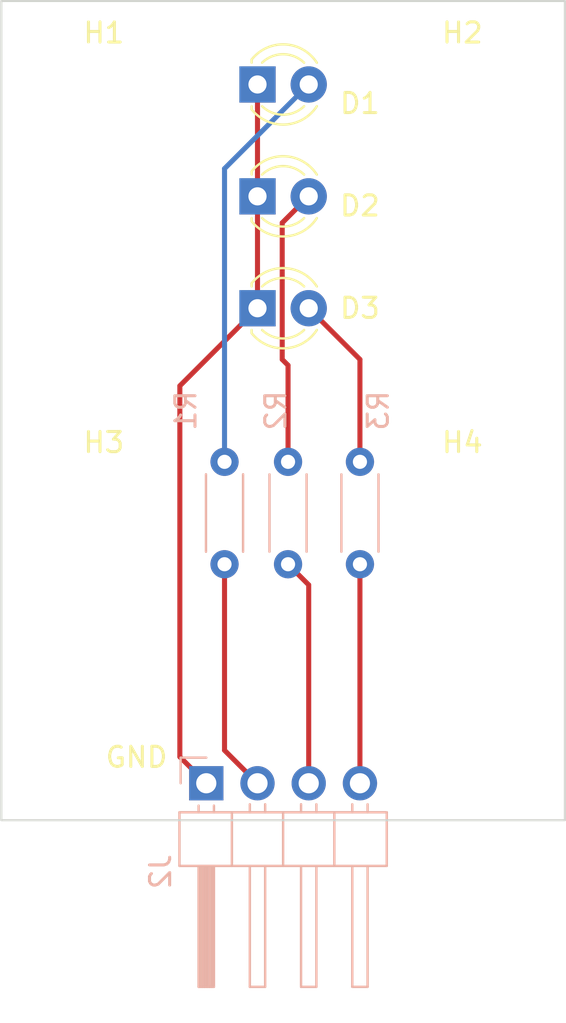
<source format=kicad_pcb>
(kicad_pcb (version 20221018) (generator pcbnew)
  (title_block (title "Arduino Traffic Light Controller") (date "2024-02-26") (rev "v01") (comment 1 "By Karthik Thejendra"))
  (layers (0 "F.Cu" signal) (31 "B.Cu" signal) (34 "B.Paste" user) (35 "F.Paste" user) (36 "B.SilkS" user "B.Silkscreen") (37 "F.SilkS" user "F.Silkscreen") (38 "B.Mask" user) (39 "F.Mask" user) (44 "Edge.Cuts" user))
  (net 0 "")
  (net 1 "Net-(D1-K)")
  (net 2 "Net-(D1-A)")
  (net 3 "Net-(D2-A)")
  (net 4 "Net-(D3-A)")
  (net 5 "Net-(J2-Pin_2)")
  (net 6 "Net-(J2-Pin_3)")
  (net 7 "Net-(J2-Pin_4)")
  (footprint "MountingHole:MountingHole_2.5mm" (layer "F.Cu") (at 162.56 73.66)
    (fp_text reference "H2" (at 0 -3.5) (layer "F.SilkS"))
    (fp_text value "MountingHole")
    (pad "" np_thru_hole circle (at 0 0) (size 2.5 2.5) (drill 2.5) (layers "*.Cu" "*.Mask"))
  )
  (footprint "MountingHole:MountingHole_2.5mm" (layer "F.Cu") (at 144.78 93.98)
    (fp_text reference "H3" (at 0 -3.5) (layer "F.SilkS"))
    (fp_text value "MountingHole")
    (pad "" np_thru_hole circle (at 0 0) (size 2.5 2.5) (drill 2.5) (layers "*.Cu" "*.Mask"))
  )
  (footprint "MountingHole:MountingHole_2.5mm" (layer "F.Cu") (at 162.56 93.98)
    (fp_text reference "H4" (at 0 -3.5) (layer "F.SilkS"))
    (fp_text value "MountingHole")
    (pad "" np_thru_hole circle (at 0 0) (size 2.5 2.5) (drill 2.5) (layers "*.Cu" "*.Mask"))
  )
  (footprint "LED_THT:LED_D3.0mm" (layer "F.Cu") (at 152.4 83.82)
    (fp_text reference "D3" (at 5.08 0) (layer "F.SilkS"))
    (fp_text value "LED")
    (fp_line (start -0.29 -1.236) (end -0.29 -1.08) (stroke (width 0.12)) (layer "F.SilkS"))
    (fp_line (start -0.29 1.08) (end -0.29 1.236) (stroke (width 0.12)) (layer "F.SilkS"))
    (fp_arc (start -0.29 -1.235516) (mid 1.366487 -1.987659) (end 2.942335 -1.078608) (stroke (width 0.12)) (layer "F.SilkS"))
    (fp_arc (start 0.229039 -1.08) (mid 1.270117 -1.5) (end 2.31113 -1.079837) (stroke (width 0.12)) (layer "F.SilkS"))
    (fp_arc (start 2.31113 1.079837) (mid 1.270117 1.5) (end 0.229039 1.08) (stroke (width 0.12)) (layer "F.SilkS"))
    (fp_arc (start 2.942335 1.078608) (mid 1.366487 1.987659) (end -0.29 1.235516) (stroke (width 0.12)) (layer "F.SilkS"))
    (pad "1" thru_hole rect (at 0 0) (size 1.8 1.8) (drill 0.9) (layers "*.Cu" "*.Mask") (net 1 "Net-(D1-K)"))
    (pad "2" thru_hole circle (at 2.54 0) (size 1.8 1.8) (drill 0.9) (layers "*.Cu" "*.Mask") (net 4 "Net-(D3-A)"))
  )
  (footprint "MountingHole:MountingHole_2.5mm" (layer "F.Cu") (at 144.78 73.66)
    (fp_text reference "H1" (at 0 -3.5) (layer "F.SilkS"))
    (fp_text value "MountingHole")
    (pad "" np_thru_hole circle (at 0 0) (size 2.5 2.5) (drill 2.5) (layers "*.Cu" "*.Mask"))
  )
  (footprint "LED_THT:LED_D3.0mm" (layer "F.Cu") (at 152.4 78.27)
    (fp_text reference "D2" (at 5.08 0.47) (layer "F.SilkS"))
    (fp_text value "LED")
    (fp_line (start -0.29 -1.236) (end -0.29 -1.08) (stroke (width 0.12)) (layer "F.SilkS"))
    (fp_line (start -0.29 1.08) (end -0.29 1.236) (stroke (width 0.12)) (layer "F.SilkS"))
    (fp_arc (start -0.29 -1.235516) (mid 1.366487 -1.987659) (end 2.942335 -1.078608) (stroke (width 0.12)) (layer "F.SilkS"))
    (fp_arc (start 0.229039 -1.08) (mid 1.270117 -1.5) (end 2.31113 -1.079837) (stroke (width 0.12)) (layer "F.SilkS"))
    (fp_arc (start 2.31113 1.079837) (mid 1.270117 1.5) (end 0.229039 1.08) (stroke (width 0.12)) (layer "F.SilkS"))
    (fp_arc (start 2.942335 1.078608) (mid 1.366487 1.987659) (end -0.29 1.235516) (stroke (width 0.12)) (layer "F.SilkS"))
    (pad "1" thru_hole rect (at 0 0) (size 1.8 1.8) (drill 0.9) (layers "*.Cu" "*.Mask") (net 1 "Net-(D1-K)"))
    (pad "2" thru_hole circle (at 2.54 0) (size 1.8 1.8) (drill 0.9) (layers "*.Cu" "*.Mask") (net 3 "Net-(D2-A)"))
  )
  (footprint "LED_THT:LED_D3.0mm" (layer "F.Cu") (at 152.4 72.72)
    (fp_text reference "D1" (at 5.08 0.94) (layer "F.SilkS"))
    (fp_text value "LED")
    (fp_line (start -0.29 -1.236) (end -0.29 -1.08) (stroke (width 0.12)) (layer "F.SilkS"))
    (fp_line (start -0.29 1.08) (end -0.29 1.236) (stroke (width 0.12)) (layer "F.SilkS"))
    (fp_arc (start -0.29 -1.235516) (mid 1.366487 -1.987659) (end 2.942335 -1.078608) (stroke (width 0.12)) (layer "F.SilkS"))
    (fp_arc (start 0.229039 -1.08) (mid 1.270117 -1.5) (end 2.31113 -1.079837) (stroke (width 0.12)) (layer "F.SilkS"))
    (fp_arc (start 2.31113 1.079837) (mid 1.270117 1.5) (end 0.229039 1.08) (stroke (width 0.12)) (layer "F.SilkS"))
    (fp_arc (start 2.942335 1.078608) (mid 1.366487 1.987659) (end -0.29 1.235516) (stroke (width 0.12)) (layer "F.SilkS"))
    (pad "1" thru_hole rect (at 0 0) (size 1.8 1.8) (drill 0.9) (layers "*.Cu" "*.Mask") (net 1 "Net-(D1-K)"))
    (pad "2" thru_hole circle (at 2.54 0) (size 1.8 1.8) (drill 0.9) (layers "*.Cu" "*.Mask") (net 2 "Net-(D1-A)"))
  )
  (footprint "Resistor_THT:R_Axial_DIN0204_L3.6mm_D1.6mm_P5.08mm_Horizontal" (layer "B.Cu") (at 157.48 91.44 -90)
    (fp_text reference "R3" (at -2.54 -0.905 -270) (layer "B.SilkS") (effects (justify mirror)))
    (fp_text value "R" hide)
    (fp_line (start 0.62 -0.92) (end 4.46 -0.92) (stroke (width 0.12)) (layer "B.SilkS"))
    (fp_line (start 0.62 0.92) (end 4.46 0.92) (stroke (width 0.12)) (layer "B.SilkS"))
    (pad "1" thru_hole circle (at 0 0 270) (size 1.4 1.4) (drill 0.7) (layers "*.Cu" "*.Mask") (net 4 "Net-(D3-A)"))
    (pad "2" thru_hole oval (at 5.08 0 270) (size 1.4 1.4) (drill 0.7) (layers "*.Cu" "*.Mask") (net 7 "Net-(J2-Pin_4)"))
  )
  (footprint "Resistor_THT:R_Axial_DIN0204_L3.6mm_D1.6mm_P5.08mm_Horizontal" (layer "B.Cu") (at 150.765 91.44 -90)
    (fp_text reference "R1" (at -2.54 1.92 90) (layer "B.SilkS") (effects (justify mirror)))
    (fp_text value "R" hide)
    (fp_line (start 0.62 -0.92) (end 4.46 -0.92) (stroke (width 0.12)) (layer "B.SilkS"))
    (fp_line (start 0.62 0.92) (end 4.46 0.92) (stroke (width 0.12)) (layer "B.SilkS"))
    (pad "1" thru_hole circle (at 0 0 270) (size 1.4 1.4) (drill 0.7) (layers "*.Cu" "*.Mask") (net 2 "Net-(D1-A)"))
    (pad "2" thru_hole oval (at 5.08 0 270) (size 1.4 1.4) (drill 0.7) (layers "*.Cu" "*.Mask") (net 5 "Net-(J2-Pin_2)"))
  )
  (footprint "Resistor_THT:R_Axial_DIN0204_L3.6mm_D1.6mm_P5.08mm_Horizontal" (layer "B.Cu") (at 153.915 91.44 -90)
    (fp_text reference "R2" (at -2.54 0.61 90) (layer "B.SilkS") (effects (justify mirror)))
    (fp_text value "R" hide)
    (fp_line (start 0.62 -0.92) (end 4.46 -0.92) (stroke (width 0.12)) (layer "B.SilkS"))
    (fp_line (start 0.62 0.92) (end 4.46 0.92) (stroke (width 0.12)) (layer "B.SilkS"))
    (pad "1" thru_hole circle (at 0 0 270) (size 1.4 1.4) (drill 0.7) (layers "*.Cu" "*.Mask") (net 3 "Net-(D2-A)"))
    (pad "2" thru_hole oval (at 5.08 0 270) (size 1.4 1.4) (drill 0.7) (layers "*.Cu" "*.Mask") (net 6 "Net-(J2-Pin_3)"))
  )
  (footprint "Connector_PinHeader_2.54mm:PinHeader_1x04_P2.54mm_Horizontal" (layer "B.Cu") (at 149.86 107.385 -90)
    (fp_text reference "J2" (at 4.385 2.27 90) (layer "B.SilkS") (effects (justify mirror)))
    (fp_text value "Conn_01x04_Socket")
    (fp_line (start -1.27 0) (end -1.27 1.27) (stroke (width 0.12)) (layer "B.SilkS"))
    (fp_line (start -1.27 1.27) (end 0 1.27) (stroke (width 0.12)) (layer "B.SilkS"))
    (fp_line (start 1.042929 -8) (end 1.44 -8) (stroke (width 0.12)) (layer "B.SilkS"))
    (fp_line (start 1.042929 -7.24) (end 1.44 -7.24) (stroke (width 0.12)) (layer "B.SilkS"))
    (fp_line (start 1.042929 -5.46) (end 1.44 -5.46) (stroke (width 0.12)) (layer "B.SilkS"))
    (fp_line (start 1.042929 -4.7) (end 1.44 -4.7) (stroke (width 0.12)) (layer "B.SilkS"))
    (fp_line (start 1.042929 -2.92) (end 1.44 -2.92) (stroke (width 0.12)) (layer "B.SilkS"))
    (fp_line (start 1.042929 -2.16) (end 1.44 -2.16) (stroke (width 0.12)) (layer "B.SilkS"))
    (fp_line (start 1.11 -0.38) (end 1.44 -0.38) (stroke (width 0.12)) (layer "B.SilkS"))
    (fp_line (start 1.11 0.38) (end 1.44 0.38) (stroke (width 0.12)) (layer "B.SilkS"))
    (fp_line (start 1.44 -8.95) (end 4.1 -8.95) (stroke (width 0.12)) (layer "B.SilkS"))
    (fp_line (start 1.44 -6.35) (end 4.1 -6.35) (stroke (width 0.12)) (layer "B.SilkS"))
    (fp_line (start 1.44 -3.81) (end 4.1 -3.81) (stroke (width 0.12)) (layer "B.SilkS"))
    (fp_line (start 1.44 -1.27) (end 4.1 -1.27) (stroke (width 0.12)) (layer "B.SilkS"))
    (fp_line (start 1.44 1.33) (end 1.44 -8.95) (stroke (width 0.12)) (layer "B.SilkS"))
    (fp_line (start 4.1 -8.95) (end 4.1 1.33) (stroke (width 0.12)) (layer "B.SilkS"))
    (fp_line (start 4.1 -7.24) (end 10.1 -7.24) (stroke (width 0.12)) (layer "B.SilkS"))
    (fp_line (start 4.1 -4.7) (end 10.1 -4.7) (stroke (width 0.12)) (layer "B.SilkS"))
    (fp_line (start 4.1 -2.16) (end 10.1 -2.16) (stroke (width 0.12)) (layer "B.SilkS"))
    (fp_line (start 4.1 -0.28) (end 10.1 -0.28) (stroke (width 0.12)) (layer "B.SilkS"))
    (fp_line (start 4.1 -0.16) (end 10.1 -0.16) (stroke (width 0.12)) (layer "B.SilkS"))
    (fp_line (start 4.1 -0.04) (end 10.1 -0.04) (stroke (width 0.12)) (layer "B.SilkS"))
    (fp_line (start 4.1 0.08) (end 10.1 0.08) (stroke (width 0.12)) (layer "B.SilkS"))
    (fp_line (start 4.1 0.2) (end 10.1 0.2) (stroke (width 0.12)) (layer "B.SilkS"))
    (fp_line (start 4.1 0.32) (end 10.1 0.32) (stroke (width 0.12)) (layer "B.SilkS"))
    (fp_line (start 4.1 0.38) (end 10.1 0.38) (stroke (width 0.12)) (layer "B.SilkS"))
    (fp_line (start 4.1 1.33) (end 1.44 1.33) (stroke (width 0.12)) (layer "B.SilkS"))
    (fp_line (start 10.1 -8) (end 4.1 -8) (stroke (width 0.12)) (layer "B.SilkS"))
    (fp_line (start 10.1 -7.24) (end 10.1 -8) (stroke (width 0.12)) (layer "B.SilkS"))
    (fp_line (start 10.1 -5.46) (end 4.1 -5.46) (stroke (width 0.12)) (layer "B.SilkS"))
    (fp_line (start 10.1 -4.7) (end 10.1 -5.46) (stroke (width 0.12)) (layer "B.SilkS"))
    (fp_line (start 10.1 -2.92) (end 4.1 -2.92) (stroke (width 0.12)) (layer "B.SilkS"))
    (fp_line (start 10.1 -2.16) (end 10.1 -2.92) (stroke (width 0.12)) (layer "B.SilkS"))
    (fp_line (start 10.1 -0.38) (end 4.1 -0.38) (stroke (width 0.12)) (layer "B.SilkS"))
    (fp_line (start 10.1 0.38) (end 10.1 -0.38) (stroke (width 0.12)) (layer "B.SilkS"))
    (pad "1" thru_hole rect (at 0 0 270) (size 1.7 1.7) (drill 1) (layers "*.Cu" "*.Mask") (net 1 "Net-(D1-K)"))
    (pad "2" thru_hole oval (at 0 -2.54 270) (size 1.7 1.7) (drill 1) (layers "*.Cu" "*.Mask") (net 5 "Net-(J2-Pin_2)"))
    (pad "3" thru_hole oval (at 0 -5.08 270) (size 1.7 1.7) (drill 1) (layers "*.Cu" "*.Mask") (net 6 "Net-(J2-Pin_3)"))
    (pad "4" thru_hole oval (at 0 -7.62 270) (size 1.7 1.7) (drill 1) (layers "*.Cu" "*.Mask") (net 7 "Net-(J2-Pin_4)"))
  )
  (gr_rect (start 139.7 68.58) (end 167.64 109.22) (stroke (width 0.1)) (fill none) (layer "Edge.Cuts"))
  (gr_text "GND" (at 144.78 106.68) (layer "F.SilkS") (effects (font (size 1 1)) (justify left bottom)))
  (segment (start 148.55 106.075) (end 148.55 87.67) (width 0.25) (layer "F.Cu") (net 1))
  (segment (start 148.55 87.67) (end 152.4 83.82) (width 0.25) (layer "F.Cu") (net 1))
  (segment (start 152.4 72.72) (end 152.4 78.27) (width 0.25) (layer "F.Cu") (net 1))
  (segment (start 149.86 107.385) (end 148.55 106.075) (width 0.25) (layer "F.Cu") (net 1))
  (segment (start 152.4 78.27) (end 152.4 83.82) (width 0.25) (layer "F.Cu") (net 1))
  (segment (start 150.765 76.895) (end 154.94 72.72) (width 0.25) (layer "B.Cu") (net 2))
  (segment (start 150.765 91.44) (end 150.765 76.895) (width 0.25) (layer "B.Cu") (net 2))
  (segment (start 153.915 86.65) (end 153.625 86.36) (width 0.25) (layer "F.Cu") (net 3))
  (segment (start 153.915 91.44) (end 153.915 86.65) (width 0.25) (layer "F.Cu") (net 3))
  (segment (start 153.625 79.585) (end 154.94 78.27) (width 0.25) (layer "F.Cu") (net 3))
  (segment (start 153.625 86.36) (end 153.625 79.585) (width 0.25) (layer "F.Cu") (net 3))
  (segment (start 157.48 86.36) (end 154.94 83.82) (width 0.25) (layer "F.Cu") (net 4))
  (segment (start 157.48 91.44) (end 157.48 86.36) (width 0.25) (layer "F.Cu") (net 4))
  (segment (start 150.765 105.75) (end 152.4 107.385) (width 0.25) (layer "F.Cu") (net 5))
  (segment (start 150.765 96.52) (end 150.765 105.75) (width 0.25) (layer "F.Cu") (net 5))
  (segment (start 153.915 96.52) (end 154.94 97.545) (width 0.25) (layer "F.Cu") (net 6))
  (segment (start 154.94 107.385) (end 154.94 97.545) (width 0.25) (layer "F.Cu") (net 6))
  (segment (start 157.48 96.52) (end 157.48 107.385) (width 0.25) (layer "F.Cu") (net 7))
)
</source>
